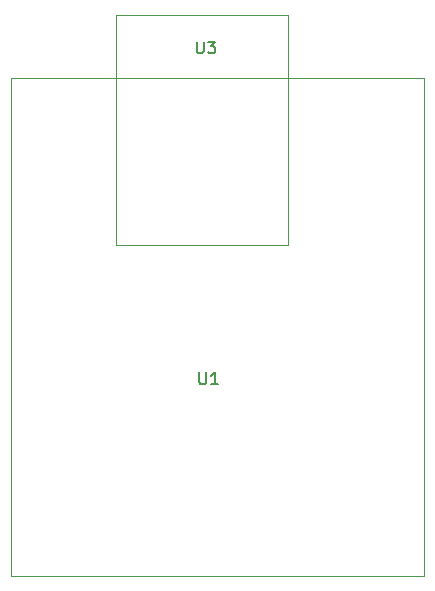
<source format=gbr>
G04 #@! TF.GenerationSoftware,KiCad,Pcbnew,5.1.5*
G04 #@! TF.CreationDate,2020-01-04T22:35:37-05:00*
G04 #@! TF.ProjectId,canairio_hw_pms,63616e61-6972-4696-9f5f-68775f706d73,rev?*
G04 #@! TF.SameCoordinates,PX4c1a6c0PY7ce98a0*
G04 #@! TF.FileFunction,Legend,Top*
G04 #@! TF.FilePolarity,Positive*
%FSLAX46Y46*%
G04 Gerber Fmt 4.6, Leading zero omitted, Abs format (unit mm)*
G04 Created by KiCad (PCBNEW 5.1.5) date 2020-01-04 22:35:37*
%MOMM*%
%LPD*%
G04 APERTURE LIST*
%ADD10C,0.120000*%
%ADD11C,0.150000*%
G04 APERTURE END LIST*
D10*
X36260100Y43642100D02*
X1289500Y43642100D01*
X36260100Y1490800D02*
X36260100Y43642100D01*
X1289500Y1490800D02*
X36260100Y1490800D01*
X1289500Y43642100D02*
X1289500Y1490800D01*
X10192200Y29545100D02*
X10192200Y49014200D01*
X24708400Y29545100D02*
X10192200Y29545100D01*
X24708400Y49014200D02*
X24708400Y29545100D01*
X10192200Y49014200D02*
X24708400Y49014200D01*
D11*
X17228095Y18751620D02*
X17228095Y17942096D01*
X17275714Y17846858D01*
X17323333Y17799239D01*
X17418571Y17751620D01*
X17609047Y17751620D01*
X17704285Y17799239D01*
X17751904Y17846858D01*
X17799523Y17942096D01*
X17799523Y18751620D01*
X18799523Y17751620D02*
X18228095Y17751620D01*
X18513809Y17751620D02*
X18513809Y18751620D01*
X18418571Y18608762D01*
X18323333Y18513524D01*
X18228095Y18465905D01*
X17012195Y46755120D02*
X17012195Y45945596D01*
X17059814Y45850358D01*
X17107433Y45802739D01*
X17202671Y45755120D01*
X17393147Y45755120D01*
X17488385Y45802739D01*
X17536004Y45850358D01*
X17583623Y45945596D01*
X17583623Y46755120D01*
X17964576Y46755120D02*
X18583623Y46755120D01*
X18250290Y46374167D01*
X18393147Y46374167D01*
X18488385Y46326548D01*
X18536004Y46278929D01*
X18583623Y46183691D01*
X18583623Y45945596D01*
X18536004Y45850358D01*
X18488385Y45802739D01*
X18393147Y45755120D01*
X18107433Y45755120D01*
X18012195Y45802739D01*
X17964576Y45850358D01*
M02*

</source>
